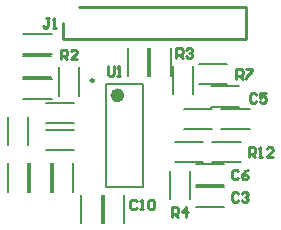
<source format=gto>
G04*
G04 #@! TF.GenerationSoftware,Altium Limited,Altium Designer,25.1.2 (22)*
G04*
G04 Layer_Color=65535*
%FSLAX26Y26*%
%MOIN*%
G70*
G04*
G04 #@! TF.SameCoordinates,3C89DFF2-4D07-40C4-B63C-CCDB096C3DA4*
G04*
G04*
G04 #@! TF.FilePolarity,Positive*
G04*
G01*
G75*
%ADD10C,0.023622*%
%ADD11C,0.009842*%
%ADD12C,0.010000*%
%ADD13C,0.007874*%
D10*
X413189Y578858D02*
G03*
X413189Y578858I-11811J0D01*
G01*
D11*
X322638Y628465D02*
G03*
X322638Y628465I-4921J0D01*
G01*
D12*
X275000Y872953D02*
X830905D01*
Y767047D02*
Y872953D01*
X219095Y767047D02*
X830905D01*
X219095D02*
Y820000D01*
X368674Y675995D02*
Y649337D01*
X374005Y644005D01*
X384668D01*
X390000Y649337D01*
Y675995D01*
X400663Y644005D02*
X411327D01*
X405995D01*
Y675995D01*
X400663Y670663D01*
X840013Y374005D02*
Y405995D01*
X856008D01*
X861339Y400663D01*
Y390000D01*
X856008Y384668D01*
X840013D01*
X850676D02*
X861339Y374005D01*
X872003D02*
X882666D01*
X877334D01*
Y405995D01*
X872003Y400663D01*
X919987Y374005D02*
X898661D01*
X919987Y395332D01*
Y400663D01*
X914655Y405995D01*
X903992D01*
X898661Y400663D01*
X798342Y634005D02*
Y665995D01*
X814337D01*
X819668Y660663D01*
Y650000D01*
X814337Y644668D01*
X798342D01*
X809005D02*
X819668Y634005D01*
X830332Y665995D02*
X851658D01*
Y660663D01*
X830332Y639337D01*
Y634005D01*
X583342Y174005D02*
Y205995D01*
X599337D01*
X604668Y200663D01*
Y190000D01*
X599337Y184668D01*
X583342D01*
X594005D02*
X604668Y174005D01*
X631327D02*
Y205995D01*
X615332Y190000D01*
X636658D01*
X598342Y704005D02*
Y735995D01*
X614337D01*
X619668Y730663D01*
Y720000D01*
X614337Y714668D01*
X598342D01*
X609005D02*
X619668Y704005D01*
X630332Y730663D02*
X635663Y735995D01*
X646327D01*
X651658Y730663D01*
Y725332D01*
X646327Y720000D01*
X640995D01*
X646327D01*
X651658Y714668D01*
Y709337D01*
X646327Y704005D01*
X635663D01*
X630332Y709337D01*
X213342Y699005D02*
Y730995D01*
X229337D01*
X234668Y725663D01*
Y715000D01*
X229337Y709668D01*
X213342D01*
X224005D02*
X234668Y699005D01*
X266658D02*
X245332D01*
X266658Y720332D01*
Y725663D01*
X261327Y730995D01*
X250663D01*
X245332Y725663D01*
X466339Y225663D02*
X461008Y230995D01*
X450345D01*
X445013Y225663D01*
Y204337D01*
X450345Y199005D01*
X461008D01*
X466339Y204337D01*
X477003Y199005D02*
X487666D01*
X482334D01*
Y230995D01*
X477003Y225663D01*
X503661D02*
X508992Y230995D01*
X519655D01*
X524987Y225663D01*
Y204337D01*
X519655Y199005D01*
X508992D01*
X503661Y204337D01*
Y225663D01*
X804668Y325663D02*
X799337Y330995D01*
X788674D01*
X783342Y325663D01*
Y304337D01*
X788674Y299005D01*
X799337D01*
X804668Y304337D01*
X836658Y330995D02*
X825995Y325663D01*
X815332Y315000D01*
Y304337D01*
X820663Y299005D01*
X831327D01*
X836658Y304337D01*
Y309668D01*
X831327Y315000D01*
X815332D01*
X864668Y580663D02*
X859337Y585995D01*
X848674D01*
X843342Y580663D01*
Y559337D01*
X848674Y554005D01*
X859337D01*
X864668Y559337D01*
X896658Y585995D02*
X875332D01*
Y570000D01*
X885995Y575332D01*
X891327D01*
X896658Y570000D01*
Y559337D01*
X891327Y554005D01*
X880663D01*
X875332Y559337D01*
X804668Y250663D02*
X799337Y255995D01*
X788674D01*
X783342Y250663D01*
Y229337D01*
X788674Y224005D01*
X799337D01*
X804668Y229337D01*
X815332Y250663D02*
X820663Y255995D01*
X831327D01*
X836658Y250663D01*
Y245332D01*
X831327Y240000D01*
X825995D01*
X831327D01*
X836658Y234668D01*
Y229337D01*
X831327Y224005D01*
X820663D01*
X815332Y229337D01*
X175000Y835995D02*
X164337D01*
X169668D01*
Y809337D01*
X164337Y804005D01*
X159005D01*
X153674Y809337D01*
X185663Y804005D02*
X196327D01*
X190995D01*
Y835995D01*
X185663Y830663D01*
D13*
X162517Y463703D02*
X257483D01*
X162517Y396297D02*
X257483D01*
X103703Y257517D02*
Y352483D01*
X36297Y257517D02*
Y352483D01*
X162517Y486297D02*
X257483D01*
X162517Y553703D02*
X257483D01*
X273703Y577517D02*
Y672483D01*
X206297Y577517D02*
Y672483D01*
X86128Y641297D02*
X181093D01*
X86128Y708703D02*
X181093D01*
X87517Y783703D02*
X182483D01*
X87517Y716297D02*
X182483D01*
X36297Y412517D02*
Y507483D01*
X103703Y412517D02*
Y507483D01*
X87517Y566297D02*
X182483D01*
X87517Y633703D02*
X182483D01*
X253703Y257517D02*
Y352483D01*
X186297Y257517D02*
Y352483D01*
X178703Y257517D02*
Y352483D01*
X111297Y257517D02*
Y352483D01*
X717517Y423703D02*
X812483D01*
X717517Y356297D02*
X812483D01*
X662517Y348703D02*
X757483D01*
X662517Y281297D02*
X757483D01*
X712517Y608703D02*
X807483D01*
X712517Y541297D02*
X807483D01*
X653703Y582517D02*
Y677483D01*
X586297Y582517D02*
Y677483D01*
X592517Y356297D02*
X687483D01*
X592517Y423703D02*
X687483D01*
X662517Y273703D02*
X757483D01*
X662517Y206297D02*
X757483D01*
X747517Y533703D02*
X842483D01*
X747517Y466297D02*
X842483D01*
X622517Y533703D02*
X717483D01*
X622517Y466297D02*
X717483D01*
X576297Y232517D02*
Y327483D01*
X643703Y232517D02*
Y327483D01*
X503703Y642517D02*
Y737483D01*
X436297Y642517D02*
Y737483D01*
X672517Y616297D02*
X767483D01*
X672517Y683703D02*
X767483D01*
X362008Y272756D02*
X487992D01*
X362008Y617244D02*
X487992D01*
Y272756D02*
Y617244D01*
X362008Y272756D02*
Y617244D01*
X348703Y152517D02*
Y247483D01*
X281297Y152517D02*
Y247483D01*
X578703Y642517D02*
Y737483D01*
X511297Y642517D02*
Y737483D01*
X423703Y152517D02*
Y247483D01*
X356297Y152517D02*
Y247483D01*
M02*

</source>
